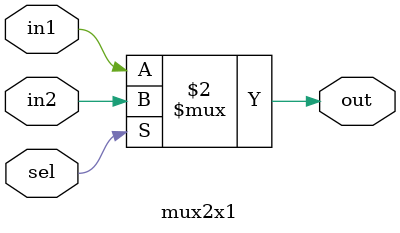
<source format=v>
`timescale 1ns / 1ps
module mux2x1(input in1,input in2 ,input sel, output out);
assign out = (sel == 0)? in1:in2;

endmodule



</source>
